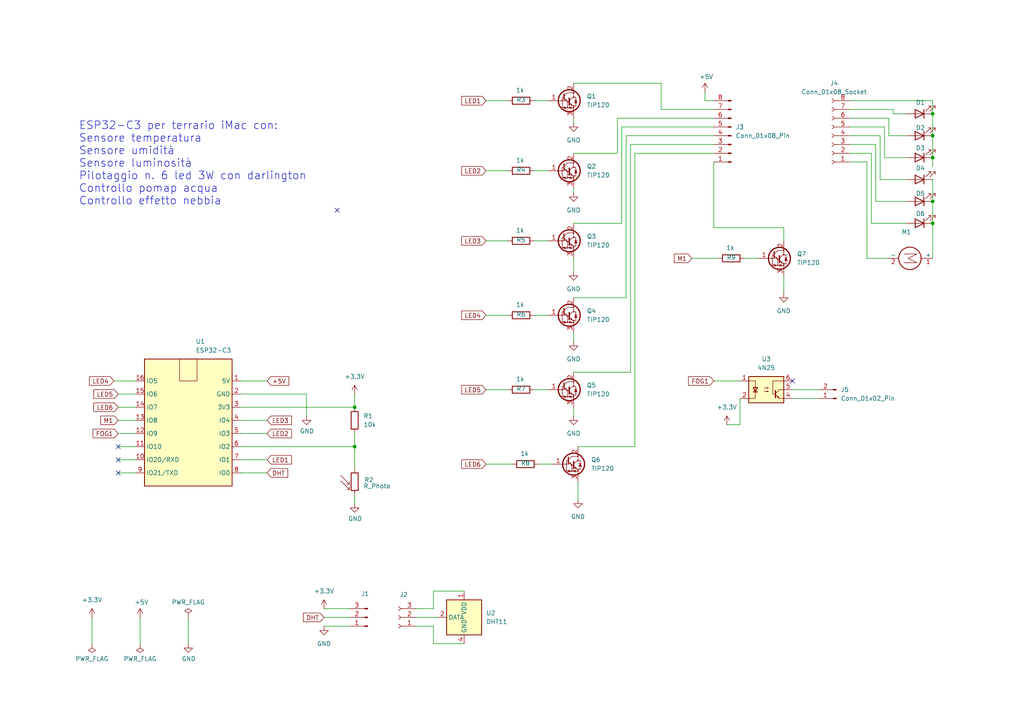
<source format=kicad_sch>
(kicad_sch (version 20250114) (generator "eeschema") (generator_version "9.0")
  (paper "A4")
  (lib_symbols
    (symbol "Connector:Conn_01x02_Pin" (pin_names (offset 1.016) (hide yes))
      (property "Reference" "J" (at 0 2.54 0))
      (property "Value" "Conn_01x02_Pin" (at 0 -5.08 0))
      (symbol "Conn_01x02_Pin_1_1"
        (rectangle (start 0.8636 0.127) (end 0 -0.127) (stroke (width 0.1524)) (fill (type outline)))
        (rectangle (start 0.8636 -2.413) (end 0 -2.667) (stroke (width 0.1524)) (fill (type outline)))
        (polyline (pts (xy 1.27 0) (xy 0.8636 0)) (stroke (width 0.1524)))
        (polyline (pts (xy 1.27 -2.54) (xy 0.8636 -2.54)) (stroke (width 0.1524)))
        (pin passive line (at 5.08 0 180) (length 3.81) (name "Pin_1") (number "1"))
        (pin passive line (at 5.08 -2.54 180) (length 3.81) (name "Pin_2") (number "2"))
      )
    )
    (symbol "Connector:Conn_01x03_Pin" (pin_names (offset 1.016) (hide yes))
      (property "Reference" "J" (at 0 5.08 0))
      (property "Value" "Conn_01x03_Pin" (at 0 -5.08 0))
      (symbol "Conn_01x03_Pin_1_1"
        (rectangle (start 0.8636 2.667) (end 0 2.413) (stroke (width 0.1524)) (fill (type outline)))
        (rectangle (start 0.8636 0.127) (end 0 -0.127) (stroke (width 0.1524)) (fill (type outline)))
        (rectangle (start 0.8636 -2.413) (end 0 -2.667) (stroke (width 0.1524)) (fill (type outline)))
        (polyline (pts (xy 1.27 2.54) (xy 0.8636 2.54)) (stroke (width 0.1524)))
        (polyline (pts (xy 1.27 0) (xy 0.8636 0)) (stroke (width 0.1524)))
        (polyline (pts (xy 1.27 -2.54) (xy 0.8636 -2.54)) (stroke (width 0.1524)))
        (pin passive line (at 5.08 2.54 180) (length 3.81) (name "Pin_1") (number "1"))
        (pin passive line (at 5.08 0 180) (length 3.81) (name "Pin_2") (number "2"))
        (pin passive line (at 5.08 -2.54 180) (length 3.81) (name "Pin_3") (number "3"))
      )
    )
    (symbol "Connector:Conn_01x03_Socket" (pin_names (offset 1.016) (hide yes))
      (property "Reference" "J" (at 0 5.08 0))
      (property "Value" "Conn_01x03_Socket" (at 0 -5.08 0))
      (symbol "Conn_01x03_Socket_1_1"
        (polyline (pts (xy -1.27 2.54) (xy -0.508 2.54)) (stroke (width 0.1524)))
        (polyline (pts (xy -1.27 0) (xy -0.508 0)) (stroke (width 0.1524)))
        (polyline (pts (xy -1.27 -2.54) (xy -0.508 -2.54)) (stroke (width 0.1524)))
        (arc (start 0 2.032) (mid -0.5058 2.54) (end 0 3.048) (stroke (width 0.1524)))
        (arc (start 0 -0.508) (mid -0.5058 0) (end 0 0.508) (stroke (width 0.1524)))
        (arc (start 0 -3.048) (mid -0.5058 -2.54) (end 0 -2.032) (stroke (width 0.1524)))
        (pin passive line (at -5.08 2.54 0) (length 3.81) (name "Pin_1") (number "1"))
        (pin passive line (at -5.08 0 0) (length 3.81) (name "Pin_2") (number "2"))
        (pin passive line (at -5.08 -2.54 0) (length 3.81) (name "Pin_3") (number "3"))
      )
    )
    (symbol "Connector:Conn_01x08_Pin" (pin_names (offset 1.016) (hide yes))
      (property "Reference" "J" (at 0 10.16 0))
      (property "Value" "Conn_01x08_Pin" (at 0 -12.7 0))
      (symbol "Conn_01x08_Pin_1_1"
        (rectangle (start 0.8636 7.747) (end 0 7.493) (stroke (width 0.1524)) (fill (type outline)))
        (rectangle (start 0.8636 5.207) (end 0 4.953) (stroke (width 0.1524)) (fill (type outline)))
        (rectangle (start 0.8636 2.667) (end 0 2.413) (stroke (width 0.1524)) (fill (type outline)))
        (rectangle (start 0.8636 0.127) (end 0 -0.127) (stroke (width 0.1524)) (fill (type outline)))
        (rectangle (start 0.8636 -2.413) (end 0 -2.667) (stroke (width 0.1524)) (fill (type outline)))
        (rectangle (start 0.8636 -4.953) (end 0 -5.207) (stroke (width 0.1524)) (fill (type outline)))
        (rectangle (start 0.8636 -7.493) (end 0 -7.747) (stroke (width 0.1524)) (fill (type outline)))
        (rectangle (start 0.8636 -10.033) (end 0 -10.287) (stroke (width 0.1524)) (fill (type outline)))
        (polyline (pts (xy 1.27 7.62) (xy 0.8636 7.62)) (stroke (width 0.1524)))
        (polyline (pts (xy 1.27 5.08) (xy 0.8636 5.08)) (stroke (width 0.1524)))
        (polyline (pts (xy 1.27 2.54) (xy 0.8636 2.54)) (stroke (width 0.1524)))
        (polyline (pts (xy 1.27 0) (xy 0.8636 0)) (stroke (width 0.1524)))
        (polyline (pts (xy 1.27 -2.54) (xy 0.8636 -2.54)) (stroke (width 0.1524)))
        (polyline (pts (xy 1.27 -5.08) (xy 0.8636 -5.08)) (stroke (width 0.1524)))
        (polyline (pts (xy 1.27 -7.62) (xy 0.8636 -7.62)) (stroke (width 0.1524)))
        (polyline (pts (xy 1.27 -10.16) (xy 0.8636 -10.16)) (stroke (width 0.1524)))
        (pin passive line (at 5.08 7.62 180) (length 3.81) (name "Pin_1") (number "1"))
        (pin passive line (at 5.08 5.08 180) (length 3.81) (name "Pin_2") (number "2"))
        (pin passive line (at 5.08 2.54 180) (length 3.81) (name "Pin_3") (number "3"))
        (pin passive line (at 5.08 0 180) (length 3.81) (name "Pin_4") (number "4"))
        (pin passive line (at 5.08 -2.54 180) (length 3.81) (name "Pin_5") (number "5"))
        (pin passive line (at 5.08 -5.08 180) (length 3.81) (name "Pin_6") (number "6"))
        (pin passive line (at 5.08 -7.62 180) (length 3.81) (name "Pin_7") (number "7"))
        (pin passive line (at 5.08 -10.16 180) (length 3.81) (name "Pin_8") (number "8"))
      )
    )
    (symbol "Connector:Conn_01x08_Socket" (pin_names (offset 1.016) (hide yes))
      (property "Reference" "J" (at 0 10.16 0))
      (property "Value" "Conn_01x08_Socket" (at 0 -12.7 0))
      (symbol "Conn_01x08_Socket_1_1"
        (polyline (pts (xy -1.27 7.62) (xy -0.508 7.62)) (stroke (width 0.1524)))
        (polyline (pts (xy -1.27 5.08) (xy -0.508 5.08)) (stroke (width 0.1524)))
        (polyline (pts (xy -1.27 2.54) (xy -0.508 2.54)) (stroke (width 0.1524)))
        (polyline (pts (xy -1.27 0) (xy -0.508 0)) (stroke (width 0.1524)))
        (polyline (pts (xy -1.27 -2.54) (xy -0.508 -2.54)) (stroke (width 0.1524)))
        (polyline (pts (xy -1.27 -5.08) (xy -0.508 -5.08)) (stroke (width 0.1524)))
        (polyline (pts (xy -1.27 -7.62) (xy -0.508 -7.62)) (stroke (width 0.1524)))
        (polyline (pts (xy -1.27 -10.16) (xy -0.508 -10.16)) (stroke (width 0.1524)))
        (arc (start 0 7.112) (mid -0.5058 7.62) (end 0 8.128) (stroke (width 0.1524)))
        (arc (start 0 4.572) (mid -0.5058 5.08) (end 0 5.588) (stroke (width 0.1524)))
        (arc (start 0 2.032) (mid -0.5058 2.54) (end 0 3.048) (stroke (width 0.1524)))
        (arc (start 0 -0.508) (mid -0.5058 0) (end 0 0.508) (stroke (width 0.1524)))
        (arc (start 0 -3.048) (mid -0.5058 -2.54) (end 0 -2.032) (stroke (width 0.1524)))
        (arc (start 0 -5.588) (mid -0.5058 -5.08) (end 0 -4.572) (stroke (width 0.1524)))
        (arc (start 0 -8.128) (mid -0.5058 -7.62) (end 0 -7.112) (stroke (width 0.1524)))
        (arc (start 0 -10.668) (mid -0.5058 -10.16) (end 0 -9.652) (stroke (width 0.1524)))
        (pin passive line (at -5.08 7.62 0) (length 3.81) (name "Pin_1") (number "1"))
        (pin passive line (at -5.08 5.08 0) (length 3.81) (name "Pin_2") (number "2"))
        (pin passive line (at -5.08 2.54 0) (length 3.81) (name "Pin_3") (number "3"))
        (pin passive line (at -5.08 0 0) (length 3.81) (name "Pin_4") (number "4"))
        (pin passive line (at -5.08 -2.54 0) (length 3.81) (name "Pin_5") (number "5"))
        (pin passive line (at -5.08 -5.08 0) (length 3.81) (name "Pin_6") (number "6"))
        (pin passive line (at -5.08 -7.62 0) (length 3.81) (name "Pin_7") (number "7"))
        (pin passive line (at -5.08 -10.16 0) (length 3.81) (name "Pin_8") (number "8"))
      )
    )
    (symbol "Device:LED" (pin_numbers (hide yes)) (pin_names (offset 1.016) (hide yes))
      (property "Reference" "D" (at 0 2.54 0))
      (property "Value" "LED" (at 0 -2.54 0))
      (symbol "LED_0_1"
        (polyline (pts (xy -3.048 -0.762) (xy -4.572 -2.286) (xy -3.81 -2.286) (xy -4.572 -2.286) (xy -4.572 -1.524)))
        (polyline (pts (xy -1.778 -0.762) (xy -3.302 -2.286) (xy -2.54 -2.286) (xy -3.302 -2.286) (xy -3.302 -1.524)))
        (polyline (pts (xy -1.27 0) (xy 1.27 0)))
        (polyline (pts (xy -1.27 -1.27) (xy -1.27 1.27)) (stroke (width 0.254)))
        (polyline (pts (xy 1.27 -1.27) (xy 1.27 1.27) (xy -1.27 0) (xy 1.27 -1.27)) (stroke (width 0.254)))
      )
      (symbol "LED_1_1"
        (pin passive line (at -3.81 0 0) (length 2.54) (name "K") (number "1"))
        (pin passive line (at 3.81 0 180) (length 2.54) (name "A") (number "2"))
      )
    )
    (symbol "Device:R" (pin_numbers (hide yes)) (pin_names (offset 0))
      (property "Reference" "R" (at 2.032 0 90))
      (property "Value" "R" (at 0 0 90))
      (symbol "R_0_1"
        (rectangle (start -1.016 -2.54) (end 1.016 2.54) (stroke (width 0.254)))
      )
      (symbol "R_1_1"
        (pin passive line (at 0 3.81 270) (length 1.27) (name "~") (number "1"))
        (pin passive line (at 0 -3.81 90) (length 1.27) (name "~") (number "2"))
      )
    )
    (symbol "Device:R_Photo" (pin_numbers (hide yes)) (pin_names (offset 0))
      (property "Reference" "R" (at 1.27 1.27 0))
      (property "Value" "R_Photo" (at 1.27 0 0))
      (symbol "R_Photo_0_1"
        (polyline (pts (xy -1.524 -0.762) (xy -4.064 1.778)))
        (polyline (pts (xy -1.524 -0.762) (xy -2.286 -0.762)))
        (polyline (pts (xy -1.524 -0.762) (xy -1.524 0)))
        (polyline (pts (xy -1.524 -2.286) (xy -4.064 0.254)))
        (polyline (pts (xy -1.524 -2.286) (xy -2.286 -2.286)))
        (polyline (pts (xy -1.524 -2.286) (xy -1.524 -1.524)))
        (rectangle (start -1.016 2.54) (end 1.016 -2.54) (stroke (width 0.254)))
      )
      (symbol "R_Photo_1_1"
        (pin passive line (at 0 3.81 270) (length 1.27) (name "~") (number "1"))
        (pin passive line (at 0 -3.81 90) (length 1.27) (name "~") (number "2"))
      )
    )
    (symbol "Isolator:4N25" (pin_names (offset 1.016))
      (property "Reference" "U" (at -5.08 5.08 0))
      (property "Value" "4N25" (at 0 5.08 0))
      (symbol "4N25_0_1"
        (rectangle (start -5.08 3.81) (end 5.08 -3.81) (stroke (width 0.254)) (fill (type background)))
        (polyline (pts (xy -5.08 -2.54) (xy -3.175 -2.54) (xy -3.175 2.54) (xy -5.08 2.54)))
        (polyline (pts (xy -3.81 -0.635) (xy -2.54 -0.635)) (stroke (width 0.254)))
        (polyline (pts (xy -3.175 -0.635) (xy -3.81 0.635) (xy -2.54 0.635) (xy -3.175 -0.635)) (stroke (width 0.254)))
        (polyline (pts (xy -0.635 0.508) (xy 0.635 0.508) (xy 0.254 0.381) (xy 0.254 0.635) (xy 0.635 0.508)))
        (polyline (pts (xy -0.635 -0.508) (xy 0.635 -0.508) (xy 0.254 -0.635) (xy 0.254 -0.381) (xy 0.635 -0.508)))
        (polyline (pts (xy 2.667 -0.254) (xy 2.667 -2.286) (xy 2.667 -2.286)) (stroke (width 0.3556)))
        (polyline (pts (xy 2.667 -1.143) (xy 3.81 0)))
        (polyline (pts (xy 2.667 -1.397) (xy 3.81 -2.54)))
        (polyline (pts (xy 3.683 -2.413) (xy 3.429 -1.905) (xy 3.175 -2.159) (xy 3.683 -2.413)))
        (polyline (pts (xy 3.81 0) (xy 5.08 0)))
        (polyline (pts (xy 3.81 -2.54) (xy 5.08 -2.54)))
        (polyline (pts (xy 5.08 2.54) (xy 1.905 2.54) (xy 1.905 -1.27) (xy 2.54 -1.27)))
      )
      (symbol "4N25_1_1"
        (pin passive line (at -7.62 2.54 0) (length 2.54) (name "~") (number "1"))
        (pin passive line (at -7.62 -2.54 0) (length 2.54) (name "~") (number "2"))
        (pin no_connect line (at -5.08 0 0) (length 2.54) (hide yes) (name "NC") (number "3"))
        (pin passive line (at 7.62 2.54 180) (length 2.54) (name "~") (number "6"))
        (pin passive line (at 7.62 0 180) (length 2.54) (name "~") (number "5"))
        (pin passive line (at 7.62 -2.54 180) (length 2.54) (name "~") (number "4"))
      )
    )
    (symbol "Motor:Motor_DC" (pin_names (offset 0))
      (property "Reference" "M" (at 2.54 2.54 0))
      (property "Value" "Motor_DC" (at 2.54 -5.08 0))
      (symbol "Motor_DC_0_0"
        (polyline (pts (xy -1.27 -3.302) (xy -1.27 0.508) (xy 0 -2.032) (xy 1.27 0.508) (xy 1.27 -3.302)))
      )
      (symbol "Motor_DC_0_1"
        (polyline (pts (xy 0 2.032) (xy 0 2.54)))
        (polyline (pts (xy 0 1.7272) (xy 0 2.0828)))
        (circle (center 0 -1.524) (radius 3.2512) (stroke (width 0.254)))
        (polyline (pts (xy 0 -4.7752) (xy 0 -5.1816)))
        (polyline (pts (xy 0 -7.62) (xy 0 -7.112)))
      )
      (symbol "Motor_DC_1_1"
        (pin passive line (at 0 5.08 270) (length 2.54) (name "+") (number "1"))
        (pin passive line (at 0 -7.62 90) (length 2.54) (name "-") (number "2"))
      )
    )
    (symbol "RF_Module:ESP32-C3-WROOM-02U"
      (property "Reference" "U1" (at 2.1433 25.4 0))
      (property "Value" "ESP32-C3" (at 2.1433 22.86 0))
      (symbol "ESP32-C3-WROOM-02U_0_1"
        (polyline (pts (xy -2.54 20.32) (xy -2.54 13.97) (xy 2.54 13.97) (xy 2.54 20.32) (xy -2.54 20.32)))
      )
      (symbol "ESP32-C3-WROOM-02U_1_1"
        (rectangle (start -12.7 20.32) (end 12.7 -16.51) (stroke (width 0.254)) (fill (type background)))
        (pin bidirectional line (at -15.24 13.97 0) (length 2.54) (name "IO5") (number "16"))
        (pin bidirectional line (at -15.24 10.16 0) (length 2.54) (name "IO6") (number "15"))
        (pin bidirectional line (at -15.24 6.35 0) (length 2.54) (name "IO7") (number "14"))
        (pin bidirectional line (at -15.24 2.54 0) (length 2.54) (name "IO8") (number "13"))
        (pin bidirectional line (at -15.24 -1.27 0) (length 2.54) (name "IO9") (number "12"))
        (pin bidirectional line (at -15.24 -5.08 0) (length 2.54) (name "IO10") (number "11"))
        (pin bidirectional line (at -15.24 -8.89 0) (length 2.54) (name "IO20/RXD") (number "10"))
        (pin bidirectional line (at -15.24 -12.7 0) (length 2.54) (name "IO21/TXD") (number "9"))
        (pin power_in line (at 15.24 13.97 180) (length 2.54) (name "5V") (number "1"))
        (pin power_in line (at 15.24 10.16 180) (length 2.54) (name "GND") (number "2"))
        (pin output line (at 15.24 6.35 180) (length 2.54) (name "3V3") (number "3"))
        (pin bidirectional line (at 15.24 2.54 180) (length 2.54) (name "IO4") (number "4"))
        (pin bidirectional line (at 15.24 -1.27 180) (length 2.54) (name "IO3") (number "5"))
        (pin bidirectional line (at 15.24 -5.08 180) (length 2.54) (name "IO2") (number "6"))
        (pin bidirectional line (at 15.24 -8.89 180) (length 2.54) (name "IO1") (number "7"))
        (pin bidirectional line (at 15.24 -12.7 180) (length 2.54) (name "IO0") (number "8"))
      )
    )
    (symbol "Sensor:DHT11"
      (property "Reference" "U" (at -3.81 6.35 0))
      (property "Value" "DHT11" (at 3.81 6.35 0))
      (symbol "DHT11_0_1"
        (rectangle (start -5.08 5.08) (end 5.08 -5.08) (stroke (width 0.254)) (fill (type background)))
      )
      (symbol "DHT11_1_1"
        (pin no_connect line (at -5.08 0 0) (length 2.54) (hide yes) (name "NC") (number "3"))
        (pin power_in line (at 0 7.62 270) (length 2.54) (name "VDD") (number "1"))
        (pin power_in line (at 0 -7.62 90) (length 2.54) (name "GND") (number "4"))
        (pin bidirectional line (at 7.62 0 180) (length 2.54) (name "DATA") (number "2"))
      )
    )
    (symbol "Transistor_BJT:TIP120" (pin_names (offset 0) (hide yes))
      (property "Reference" "Q" (at 5.08 1.905 0))
      (property "Value" "TIP120" (at 5.08 0 0))
      (symbol "TIP120_0_1"
        (polyline (pts (xy -1.27 0) (xy -0.889 0)))
        (circle (center -0.762 0) (radius 0.127))
        (polyline (pts (xy -0.254 2.032) (xy -0.254 0) (xy -0.254 0)) (stroke (width 0.3048)))
        (polyline (pts (xy -0.254 1.27) (xy 0.762 2.286) (xy 2.54 2.286)))
        (polyline (pts (xy -0.254 1.016) (xy -0.762 1.016) (xy -0.762 -2.032)))
        (polyline (pts (xy -0.254 0.762) (xy 0.762 -0.254) (xy 1.27 -0.254)))
        (polyline (pts (xy 0.635 -0.127) (xy 0.381 0.381) (xy 0.127 0.127) (xy 0.635 -0.127)))
        (polyline (pts (xy 0.762 -0.254) (xy 0.762 -2.032) (xy 1.143 -2.032) (xy 1.27 -1.778) (xy 1.397 -2.286) (xy 1.524 -1.778) (xy 1.651 -2.286) (xy 1.778 -1.778) (xy 1.905 -2.286) (xy 2.032 -2.032) (xy 2.54 -2.032)))
        (circle (center 0.762 -0.254) (radius 0.127))
        (polyline (pts (xy 0.762 -2.032) (xy 0.381 -2.032) (xy 0.254 -2.286) (xy 0.127 -1.778) (xy 0 -2.286) (xy -0.127 -1.778) (xy -0.254 -2.286) (xy -0.381 -1.778) (xy -0.508 -2.032) (xy -0.762 -2.032)))
        (circle (center 0.762 -2.032) (radius 0.127))
        (polyline (pts (xy 1.27 0.762) (xy 1.27 -1.27) (xy 1.27 -1.27)) (stroke (width 0.381)))
        (polyline (pts (xy 1.27 0) (xy 2.286 1.016) (xy 2.54 1.016) (xy 2.54 2.286)))
        (circle (center 1.27 0) (radius 3.175) (stroke (width 0.3556)))
        (polyline (pts (xy 1.27 -0.508) (xy 2.286 -1.524) (xy 2.54 -1.524) (xy 2.54 -2.032)))
        (polyline (pts (xy 2.159 -1.397) (xy 1.905 -0.889) (xy 1.651 -1.143) (xy 2.159 -1.397)))
        (circle (center 2.54 2.286) (radius 0.127))
        (circle (center 2.54 1.016) (radius 0.127))
        (polyline (pts (xy 2.54 -1.524) (xy 3.175 -1.524)))
        (circle (center 2.54 -1.524) (radius 0.127))
        (polyline (pts (xy 2.54 -2.032) (xy 2.54 -2.54)))
        (circle (center 2.54 -2.032) (radius 0.127))
        (polyline (pts (xy 2.794 0.127) (xy 3.556 0.127)))
        (polyline (pts (xy 3.175 1.016) (xy 2.54 1.016)))
        (polyline (pts (xy 3.175 1.016) (xy 3.175 0.127)))
        (polyline (pts (xy 3.175 0.127) (xy 2.794 -0.635) (xy 3.556 -0.635) (xy 3.175 0.127)) (fill (type outline)))
        (polyline (pts (xy 3.175 -0.635) (xy 3.175 -1.524)))
      )
      (symbol "TIP120_1_1"
        (pin input line (at -5.08 0 0) (length 3.81) (name "B") (number "1"))
        (pin passive line (at 2.54 5.08 270) (length 2.667) (name "C") (number "2"))
        (pin passive line (at 2.54 -5.08 90) (length 2.54) (name "E") (number "3"))
      )
    )
    (symbol "power:+3.3V" (power) (pin_numbers (hide yes)) (pin_names (offset 0) (hide yes))
      (property "Value" "+3.3V" (at 0 3.556 0))
      (symbol "+3.3V_0_1"
        (polyline (pts (xy -0.762 1.27) (xy 0 2.54)))
        (polyline (pts (xy 0 2.54) (xy 0.762 1.27)))
        (polyline (pts (xy 0 0) (xy 0 2.54)))
      )
      (symbol "+3.3V_1_1"
        (pin power_in line (at 0 0 90) (length 0) (name "~") (number "1"))
      )
    )
    (symbol "power:+5V" (power) (pin_numbers (hide yes)) (pin_names (offset 0) (hide yes))
      (property "Value" "+5V" (at 0 3.556 0))
      (symbol "+5V_0_1"
        (polyline (pts (xy -0.762 1.27) (xy 0 2.54)))
        (polyline (pts (xy 0 2.54) (xy 0.762 1.27)))
        (polyline (pts (xy 0 0) (xy 0 2.54)))
      )
      (symbol "+5V_1_1"
        (pin power_in line (at 0 0 90) (length 0) (name "~") (number "1"))
      )
    )
    (symbol "power:GND" (power) (pin_numbers (hide yes)) (pin_names (offset 0) (hide yes))
      (property "Value" "GND" (at 0 -3.81 0))
      (symbol "GND_0_1"
        (polyline (pts (xy 0 0) (xy 0 -1.27) (xy 1.27 -1.27) (xy 0 -2.54) (xy -1.27 -1.27) (xy 0 -1.27)))
      )
      (symbol "GND_1_1"
        (pin power_in line (at 0 0 270) (length 0) (name "~") (number "1"))
      )
    )
    (symbol "power:PWR_FLAG" (power) (pin_numbers (hide yes)) (pin_names (offset 0) (hide yes))
      (property "Value" "PWR_FLAG" (at 0 3.81 0))
      (symbol "PWR_FLAG_0_0"
        (pin power_out line (at 0 0 90) (length 0) (name "~") (number "1"))
      )
      (symbol "PWR_FLAG_0_1"
        (polyline (pts (xy 0 0) (xy 0 1.27) (xy -1.016 1.905) (xy 0 2.54) (xy 1.016 1.905) (xy 0 1.27)))
      )
    )
  )
  (text "ESP32-C3 per terrario iMac con:\nSensore temperatura\nSensore umidità\nSensore luminosità\nPilotaggio n. 6 led 3W con darlington\nControllo pomap acqua\nControllo effetto nebbia\n" (at 22.86 59.69 0) (effects (font (size 2.2606 2.2606)) (justify left bottom)))
  (junction (at 270.51 58.42))
  (junction (at 270.51 39.37))
  (junction (at 270.51 45.72))
  (junction (at 270.51 64.77))
  (junction (at 102.87 118.11))
  (junction (at 270.51 33.02))
  (junction (at 102.87 129.54))
  (no_connect (at 229.87 110.49))
  (no_connect (at 34.29 129.54))
  (no_connect (at 97.79 60.96))
  (no_connect (at 34.29 133.35))
  (no_connect (at 34.29 137.16))
  (wire (pts (xy 229.87 115.57) (xy 237.49 115.57)))
  (wire (pts (xy 93.98 179.07) (xy 101.6 179.07)))
  (wire (pts (xy 154.94 69.85) (xy 158.75 69.85)))
  (wire (pts (xy 184.15 129.54) (xy 167.64 129.54)))
  (wire (pts (xy 88.9 120.65) (xy 88.9 114.3)))
  (wire (pts (xy 34.29 137.16) (xy 39.37 137.16)))
  (wire (pts (xy 270.51 74.93) (xy 270.51 64.77)))
  (wire (pts (xy 93.98 176.53) (xy 101.6 176.53)))
  (wire (pts (xy 204.47 26.67) (xy 204.47 29.21)))
  (wire (pts (xy 270.51 39.37) (xy 270.51 45.72)))
  (wire (pts (xy 120.65 176.53) (xy 125.73 176.53)))
  (wire (pts (xy 158.75 113.03) (xy 154.94 113.03)))
  (wire (pts (xy 179.07 44.45) (xy 166.37 44.45)))
  (wire (pts (xy 140.97 134.62) (xy 148.59 134.62)))
  (wire (pts (xy 140.97 113.03) (xy 147.32 113.03)))
  (wire (pts (xy 191.77 31.75) (xy 191.77 24.13)))
  (wire (pts (xy 125.73 181.61) (xy 125.73 186.69)))
  (wire (pts (xy 140.97 69.85) (xy 147.32 69.85)))
  (wire (pts (xy 34.29 118.11) (xy 39.37 118.11)))
  (wire (pts (xy 252.73 64.77) (xy 262.89 64.77)))
  (wire (pts (xy 26.67 179.07) (xy 26.67 186.69)))
  (wire (pts (xy 257.81 39.37) (xy 257.81 34.29)))
  (wire (pts (xy 180.34 36.83) (xy 180.34 64.77)))
  (wire (pts (xy 93.98 181.61) (xy 101.6 181.61)))
  (wire (pts (xy 270.51 29.21) (xy 270.51 33.02)))
  (wire (pts (xy 246.38 46.99) (xy 251.46 46.99)))
  (wire (pts (xy 69.85 110.49) (xy 77.47 110.49)))
  (wire (pts (xy 69.85 137.16) (xy 77.47 137.16)))
  (wire (pts (xy 254 58.42) (xy 254 41.91)))
  (wire (pts (xy 229.87 113.03) (xy 237.49 113.03)))
  (wire (pts (xy 262.89 45.72) (xy 256.54 45.72)))
  (wire (pts (xy 166.37 96.52) (xy 166.37 99.06)))
  (wire (pts (xy 69.85 121.92) (xy 77.47 121.92)))
  (wire (pts (xy 207.01 46.99) (xy 207.01 66.04)))
  (wire (pts (xy 179.07 34.29) (xy 207.01 34.29)))
  (wire (pts (xy 246.38 29.21) (xy 270.51 29.21)))
  (wire (pts (xy 156.21 134.62) (xy 160.02 134.62)))
  (wire (pts (xy 207.01 110.49) (xy 214.63 110.49)))
  (wire (pts (xy 270.51 58.42) (xy 270.51 64.77)))
  (wire (pts (xy 54.61 179.07) (xy 54.61 186.69)))
  (wire (pts (xy 256.54 36.83) (xy 246.38 36.83)))
  (wire (pts (xy 88.9 114.3) (xy 69.85 114.3)))
  (wire (pts (xy 204.47 29.21) (xy 207.01 29.21)))
  (wire (pts (xy 207.01 39.37) (xy 181.61 39.37)))
  (wire (pts (xy 251.46 74.93) (xy 257.81 74.93)))
  (wire (pts (xy 154.94 49.53) (xy 158.75 49.53)))
  (wire (pts (xy 166.37 107.95) (xy 182.88 107.95)))
  (wire (pts (xy 254 41.91) (xy 246.38 41.91)))
  (wire (pts (xy 102.87 143.51) (xy 102.87 146.05)))
  (wire (pts (xy 34.29 114.3) (xy 39.37 114.3)))
  (wire (pts (xy 102.87 129.54) (xy 102.87 135.89)))
  (wire (pts (xy 167.64 139.7) (xy 167.64 144.78)))
  (wire (pts (xy 184.15 44.45) (xy 184.15 129.54)))
  (wire (pts (xy 102.87 118.11) (xy 102.87 114.3)))
  (wire (pts (xy 166.37 54.61) (xy 166.37 55.88)))
  (wire (pts (xy 182.88 41.91) (xy 182.88 107.95)))
  (wire (pts (xy 39.37 133.35) (xy 34.29 133.35)))
  (wire (pts (xy 259.08 31.75) (xy 246.38 31.75)))
  (wire (pts (xy 140.97 29.21) (xy 147.32 29.21)))
  (wire (pts (xy 227.33 66.04) (xy 227.33 69.85)))
  (wire (pts (xy 207.01 44.45) (xy 184.15 44.45)))
  (wire (pts (xy 125.73 186.69) (xy 134.62 186.69)))
  (wire (pts (xy 210.82 123.19) (xy 214.63 123.19)))
  (wire (pts (xy 166.37 118.11) (xy 166.37 120.65)))
  (wire (pts (xy 69.85 125.73) (xy 77.47 125.73)))
  (wire (pts (xy 40.64 186.69) (xy 40.64 179.07)))
  (wire (pts (xy 140.97 49.53) (xy 147.32 49.53)))
  (wire (pts (xy 207.01 41.91) (xy 182.88 41.91)))
  (wire (pts (xy 102.87 125.73) (xy 102.87 129.54)))
  (wire (pts (xy 255.27 52.07) (xy 255.27 39.37)))
  (wire (pts (xy 166.37 64.77) (xy 180.34 64.77)))
  (wire (pts (xy 34.29 121.92) (xy 39.37 121.92)))
  (wire (pts (xy 125.73 171.45) (xy 134.62 171.45)))
  (wire (pts (xy 262.89 39.37) (xy 257.81 39.37)))
  (wire (pts (xy 125.73 176.53) (xy 125.73 171.45)))
  (wire (pts (xy 140.97 91.44) (xy 147.32 91.44)))
  (wire (pts (xy 252.73 44.45) (xy 246.38 44.45)))
  (wire (pts (xy 120.65 181.61) (xy 125.73 181.61)))
  (wire (pts (xy 69.85 118.11) (xy 102.87 118.11)))
  (wire (pts (xy 34.29 125.73) (xy 39.37 125.73)))
  (wire (pts (xy 179.07 34.29) (xy 179.07 44.45)))
  (wire (pts (xy 227.33 80.01) (xy 227.33 85.09)))
  (wire (pts (xy 214.63 115.57) (xy 214.63 123.19)))
  (wire (pts (xy 251.46 46.99) (xy 251.46 74.93)))
  (wire (pts (xy 207.01 31.75) (xy 191.77 31.75)))
  (wire (pts (xy 34.29 129.54) (xy 39.37 129.54)))
  (wire (pts (xy 207.01 36.83) (xy 180.34 36.83)))
  (wire (pts (xy 257.81 34.29) (xy 246.38 34.29)))
  (wire (pts (xy 181.61 39.37) (xy 181.61 86.36)))
  (wire (pts (xy 69.85 133.35) (xy 77.47 133.35)))
  (wire (pts (xy 200.66 74.93) (xy 208.28 74.93)))
  (wire (pts (xy 252.73 64.77) (xy 252.73 44.45)))
  (wire (pts (xy 120.65 179.07) (xy 127 179.07)))
  (wire (pts (xy 270.51 52.07) (xy 270.51 58.42)))
  (wire (pts (xy 270.51 45.72) (xy 270.51 48.26)))
  (wire (pts (xy 33.02 110.49) (xy 39.37 110.49)))
  (wire (pts (xy 69.85 129.54) (xy 102.87 129.54)))
  (wire (pts (xy 207.01 66.04) (xy 227.33 66.04)))
  (wire (pts (xy 166.37 86.36) (xy 181.61 86.36)))
  (wire (pts (xy 215.9 74.93) (xy 219.71 74.93)))
  (wire (pts (xy 262.89 58.42) (xy 254 58.42)))
  (wire (pts (xy 262.89 33.02) (xy 259.08 33.02)))
  (wire (pts (xy 256.54 45.72) (xy 256.54 36.83)))
  (wire (pts (xy 154.94 91.44) (xy 158.75 91.44)))
  (wire (pts (xy 259.08 33.02) (xy 259.08 31.75)))
  (wire (pts (xy 255.27 39.37) (xy 246.38 39.37)))
  (wire (pts (xy 166.37 24.13) (xy 191.77 24.13)))
  (wire (pts (xy 166.37 34.29) (xy 166.37 35.56)))
  (wire (pts (xy 270.51 33.02) (xy 270.51 39.37)))
  (wire (pts (xy 154.94 29.21) (xy 158.75 29.21)))
  (wire (pts (xy 262.89 52.07) (xy 255.27 52.07)))
  (wire (pts (xy 166.37 74.93) (xy 166.37 78.74)))
  (global_label "M1" (shape input) (at 34.29 121.92 180) (property "Intersheetrefs" "${INTERSHEET_REFS}" (effects (hide yes))))
  (global_label "LED2" (shape input) (at 140.97 49.53 180) (property "Intersheetrefs" "${INTERSHEET_REFS}" (effects (hide yes))))
  (global_label "LED3" (shape input) (at 77.47 121.92 0) (property "Intersheetrefs" "${INTERSHEET_REFS}" (effects (hide yes))))
  (global_label "LED5" (shape input) (at 140.97 113.03 180) (property "Intersheetrefs" "${INTERSHEET_REFS}" (effects (hide yes))))
  (global_label "LED3" (shape input) (at 140.97 69.85 180) (property "Intersheetrefs" "${INTERSHEET_REFS}" (effects (hide yes))))
  (global_label "LED6" (shape input) (at 34.29 118.11 180) (property "Intersheetrefs" "${INTERSHEET_REFS}" (effects (hide yes))))
  (global_label "LED6" (shape input) (at 140.97 134.62 180) (property "Intersheetrefs" "${INTERSHEET_REFS}" (effects (hide yes))))
  (global_label "LED1" (shape input) (at 77.47 133.35 0) (property "Intersheetrefs" "${INTERSHEET_REFS}" (effects (hide yes))))
  (global_label "DHT" (shape input) (at 93.98 179.07 180) (property "Intersheetrefs" "${INTERSHEET_REFS}" (effects (hide yes))))
  (global_label "LED2" (shape input) (at 77.47 125.73 0) (property "Intersheetrefs" "${INTERSHEET_REFS}" (effects (hide yes))))
  (global_label "LED4" (shape input) (at 140.97 91.44 180) (property "Intersheetrefs" "${INTERSHEET_REFS}" (effects (hide yes))))
  (global_label "+5V" (shape input) (at 77.47 110.49 0) (property "Intersheetrefs" "${INTERSHEET_REFS}" (effects (hide yes))))
  (global_label "M1" (shape input) (at 200.66 74.93 180) (property "Intersheetrefs" "${INTERSHEET_REFS}" (effects (hide yes))))
  (global_label "FOG1" (shape input) (at 207.01 110.49 180) (property "Intersheetrefs" "${INTERSHEET_REFS}" (effects (hide yes))))
  (global_label "LED5" (shape input) (at 34.29 114.3 180) (property "Intersheetrefs" "${INTERSHEET_REFS}" (effects (hide yes))))
  (global_label "DHT" (shape input) (at 77.47 137.16 0) (property "Intersheetrefs" "${INTERSHEET_REFS}" (effects (hide yes))))
  (global_label "FOG1" (shape input) (at 34.29 125.73 180) (property "Intersheetrefs" "${INTERSHEET_REFS}" (effects (hide yes))))
  (global_label "LED1" (shape input) (at 140.97 29.21 180) (property "Intersheetrefs" "${INTERSHEET_REFS}" (effects (hide yes))))
  (global_label "LED4" (shape input) (at 33.02 110.49 180) (property "Intersheetrefs" "${INTERSHEET_REFS}" (effects (hide yes))))
  (symbol (lib_id "power:GND") (at 88.9 120.65 0) (unit 1)
    (property "Reference" "#PWR04" (effects (hide yes)))
    (property "Value" "GND" (at 89.027 125.0442 0))
    (property "Description" "Power symbol creates a global label with name \"GND\" , ground" (effects (hide yes)))
  )
  (symbol (lib_id "power:GND") (at 102.87 146.05 0) (unit 1)
    (property "Reference" "#PWR08" (effects (hide yes)))
    (property "Value" "GND" (at 102.997 150.4442 0))
    (property "Description" "Power symbol creates a global label with name \"GND\" , ground" (effects (hide yes)))
  )
  (symbol (lib_id "power:+5V") (at 40.64 179.07 0) (unit 1)
    (property "Reference" "#PWR02" (effects (hide yes)))
    (property "Value" "+5V" (at 41.021 174.6758 0))
    (property "Description" "Power symbol creates a global label with name \"+5V\"" (effects (hide yes)))
  )
  (symbol (lib_id "power:GND") (at 54.61 186.69 0) (unit 1)
    (property "Reference" "#PWR03" (effects (hide yes)))
    (property "Value" "GND" (at 54.737 191.0842 0))
    (property "Description" "Power symbol creates a global label with name \"GND\" , ground" (effects (hide yes)))
  )
  (symbol (lib_id "power:PWR_FLAG") (at 40.64 186.69 180) (unit 1)
    (property "Reference" "#FLG02" (effects (hide yes)))
    (property "Value" "PWR_FLAG" (at 40.64 191.0842 0))
    (property "Description" "Special symbol for telling ERC where power comes from" (effects (hide yes)))
  )
  (symbol (lib_id "power:PWR_FLAG") (at 54.61 179.07 0) (unit 1)
    (property "Reference" "#FLG03" (effects (hide yes)))
    (property "Value" "PWR_FLAG" (at 54.61 174.6758 0))
    (property "Description" "Special symbol for telling ERC where power comes from" (effects (hide yes)))
  )
  (symbol (lib_id "Device:LED") (at 266.7 52.07 180) (unit 1)
    (property "Reference" "D4" (at 266.954 48.768 0))
    (property "Value" "LED" (effects (hide yes)))
    (property "Description" "Light emitting diode" (effects (hide yes)))
    (property "Sim.Pins" "1=K 2=A" (effects (hide yes)))
  )
  (symbol (lib_id "Device:R") (at 151.13 113.03 90) (unit 1)
    (property "Reference" "R7" (at 151.13 112.776 90))
    (property "Value" "1k" (at 150.876 109.982 90))
    (property "Footprint" "Resistor_THT:R_Axial_DIN0204_L3.6mm_D1.6mm_P5.08mm_Horizontal" (effects (hide yes)))
    (property "Description" "Resistor" (effects (hide yes)))
  )
  (symbol (lib_id "power:GND") (at 166.37 35.56 0) (unit 1)
    (property "Reference" "#PWR09" (effects (hide yes)))
    (property "Value" "GND" (at 166.37 40.64 0))
    (property "Description" "Power symbol creates a global label with name \"GND\" , ground" (effects (hide yes)))
  )
  (symbol (lib_id "Isolator:4N25") (at 222.25 113.03 0) (unit 1)
    (property "Reference" "U3" (at 222.25 104.14 0))
    (property "Value" "4N25" (at 222.25 106.68 0))
    (property "Footprint" "Package_DIP:DIP-6_W7.62mm" (effects (hide yes)))
    (property "Datasheet" "https://www.vishay.com/docs/83725/4n25.pdf" (effects (hide yes)))
    (property "Description" "DC Optocoupler Base Connected, Vce 30V, CTR 20%, Viso 2500V, DIP6" (effects (hide yes)))
  )
  (symbol (lib_id "power:+3.3V") (at 93.98 176.53 0) (unit 1)
    (property "Reference" "#PWR05" (effects (hide yes)))
    (property "Value" "+3.3V" (at 93.98 171.45 0))
    (property "Description" "Power symbol creates a global label with name \"+3.3V\"" (effects (hide yes)))
  )
  (symbol (lib_id "Sensor:DHT11") (at 134.62 179.07 0) (mirror y) (unit 1)
    (property "Reference" "U2" (at 140.97 177.7999 0) (effects (justify right)))
    (property "Value" "DHT11" (at 140.97 180.3399 0) (effects (justify right)))
    (property "Footprint" "Sensor:Aosong_DHT11_5.5x12.0_P2.54mm" (effects (hide yes)))
    (property "Datasheet" "http://akizukidenshi.com/download/ds/aosong/DHT11.pdf" (effects (hide yes)))
    (property "Description" "3.3V to 5.5V, temperature and humidity module, DHT11" (effects (hide yes)))
  )
  (symbol (lib_id "Transistor_BJT:TIP120") (at 163.83 29.21 0) (unit 1)
    (property "Reference" "Q1" (at 170.18 27.9399 0) (effects (justify left)))
    (property "Value" "TIP120" (at 170.18 30.4799 0) (effects (justify left)))
    (property "Footprint" "Package_TO_SOT_THT:TO-220-3_Vertical" (effects (hide yes)))
    (property "Datasheet" "https://www.onsemi.com/pub/Collateral/TIP120-D.PDF" (effects (hide yes)))
    (property "Description" "5A Ic, 60V Vce, Silicon Darlington Power NPN Transistor, TO-220" (effects (hide yes)))
  )
  (symbol (lib_id "power:+3.3V") (at 102.87 114.3 0) (unit 1)
    (property "Reference" "#PWR07" (effects (hide yes)))
    (property "Value" "+3.3V" (at 102.87 109.22 0))
    (property "Description" "Power symbol creates a global label with name \"+3.3V\"" (effects (hide yes)))
  )
  (symbol (lib_id "Device:LED") (at 266.7 45.72 180) (unit 1)
    (property "Reference" "D3" (at 266.954 42.926 0))
    (property "Value" "LED" (effects (hide yes)))
    (property "Description" "Light emitting diode" (effects (hide yes)))
    (property "Sim.Pins" "1=K 2=A" (effects (hide yes)))
  )
  (symbol (lib_id "power:+5V") (at 204.47 26.67 0) (unit 1)
    (property "Reference" "#PWR015" (effects (hide yes)))
    (property "Value" "+5V" (at 204.851 22.2758 0))
    (property "Description" "Power symbol creates a global label with name \"+5V\"" (effects (hide yes)))
  )
  (symbol (lib_id "Transistor_BJT:TIP120") (at 163.83 91.44 0) (unit 1)
    (property "Reference" "Q4" (at 170.18 90.1699 0) (effects (justify left)))
    (property "Value" "TIP120" (at 170.18 92.7099 0) (effects (justify left)))
    (property "Footprint" "Package_TO_SOT_THT:TO-220-3_Vertical" (effects (hide yes)))
    (property "Datasheet" "https://www.onsemi.com/pub/Collateral/TIP120-D.PDF" (effects (hide yes)))
    (property "Description" "5A Ic, 60V Vce, Silicon Darlington Power NPN Transistor, TO-220" (effects (hide yes)))
  )
  (symbol (lib_id "Transistor_BJT:TIP120") (at 163.83 49.53 0) (unit 1)
    (property "Reference" "Q2" (at 170.18 48.2599 0) (effects (justify left)))
    (property "Value" "TIP120" (at 170.18 50.7999 0) (effects (justify left)))
    (property "Footprint" "Package_TO_SOT_THT:TO-220-3_Vertical" (effects (hide yes)))
    (property "Datasheet" "https://www.onsemi.com/pub/Collateral/TIP120-D.PDF" (effects (hide yes)))
    (property "Description" "5A Ic, 60V Vce, Silicon Darlington Power NPN Transistor, TO-220" (effects (hide yes)))
  )
  (symbol (lib_id "power:+3.3V") (at 210.82 123.19 0) (unit 1)
    (property "Reference" "#PWR016" (effects (hide yes)))
    (property "Value" "+3.3V" (at 210.82 118.11 0))
    (property "Description" "Power symbol creates a global label with name \"+3.3V\"" (effects (hide yes)))
  )
  (symbol (lib_id "RF_Module:ESP32-C3-WROOM-02U") (at 54.61 124.46 0) (unit 1)
    (property "Reference" "U1" (at 56.7533 99.06 0) (effects (justify left)))
    (property "Value" "ESP32-C3" (at 56.7533 101.6 0) (effects (justify left)))
    (property "Footprint" "ESP32-C3-WROOM" (effects (hide yes)))
    (property "Datasheet" "ESP32-C3" (effects (hide yes)))
    (property "Description" "ESP32-­C3" (effects (hide yes)))
  )
  (symbol (lib_id "Device:LED") (at 266.7 39.37 180) (unit 1)
    (property "Reference" "D2" (at 266.954 37.084 0))
    (property "Value" "LED" (effects (hide yes)))
    (property "Description" "Light emitting diode" (effects (hide yes)))
    (property "Sim.Pins" "1=K 2=A" (effects (hide yes)))
  )
  (symbol (lib_id "Transistor_BJT:TIP120") (at 165.1 134.62 0) (unit 1)
    (property "Reference" "Q6" (at 171.45 133.3499 0) (effects (justify left)))
    (property "Value" "TIP120" (at 171.45 135.8899 0) (effects (justify left)))
    (property "Footprint" "Package_TO_SOT_THT:TO-220-3_Vertical" (effects (hide yes)))
    (property "Datasheet" "https://www.onsemi.com/pub/Collateral/TIP120-D.PDF" (effects (hide yes)))
    (property "Description" "5A Ic, 60V Vce, Silicon Darlington Power NPN Transistor, TO-220" (effects (hide yes)))
  )
  (symbol (lib_id "Connector:Conn_01x02_Pin") (at 242.57 115.57 180) (unit 1)
    (property "Reference" "J5" (at 243.84 113.0299 0) (effects (justify right)))
    (property "Value" "Conn_01x02_Pin" (at 243.84 115.5699 0) (effects (justify right)))
    (property "Description" "Generic connector, single row, 01x02, script generated" (effects (hide yes)))
  )
  (symbol (lib_id "power:GND") (at 166.37 55.88 0) (unit 1)
    (property "Reference" "#PWR010" (effects (hide yes)))
    (property "Value" "GND" (at 166.37 60.96 0))
    (property "Description" "Power symbol creates a global label with name \"GND\" , ground" (effects (hide yes)))
  )
  (symbol (lib_id "Device:R") (at 151.13 69.85 90) (unit 1)
    (property "Reference" "R5" (at 151.13 69.596 90))
    (property "Value" "1k" (at 150.876 66.802 90))
    (property "Footprint" "Resistor_THT:R_Axial_DIN0204_L3.6mm_D1.6mm_P5.08mm_Horizontal" (effects (hide yes)))
    (property "Description" "Resistor" (effects (hide yes)))
  )
  (symbol (lib_id "Device:LED") (at 266.7 33.02 180) (unit 1)
    (property "Reference" "D1" (at 266.954 29.718 0))
    (property "Value" "LED" (effects (hide yes)))
    (property "Description" "Light emitting diode" (effects (hide yes)))
    (property "Sim.Pins" "1=K 2=A" (effects (hide yes)))
  )
  (symbol (lib_id "Device:R") (at 151.13 49.53 90) (unit 1)
    (property "Reference" "R4" (at 151.13 49.276 90))
    (property "Value" "1k" (at 150.876 46.482 90))
    (property "Footprint" "Resistor_THT:R_Axial_DIN0204_L3.6mm_D1.6mm_P5.08mm_Horizontal" (effects (hide yes)))
    (property "Description" "Resistor" (effects (hide yes)))
  )
  (symbol (lib_id "Device:R") (at 151.13 29.21 90) (unit 1)
    (property "Reference" "R3" (at 151.13 28.956 90))
    (property "Value" "1k" (at 150.876 26.162 90))
    (property "Footprint" "Resistor_THT:R_Axial_DIN0204_L3.6mm_D1.6mm_P5.08mm_Horizontal" (effects (hide yes)))
    (property "Description" "Resistor" (effects (hide yes)))
  )
  (symbol (lib_id "Device:R") (at 151.13 91.44 90) (unit 1)
    (property "Reference" "R6" (at 151.13 91.186 90))
    (property "Value" "1k" (at 150.876 88.392 90))
    (property "Footprint" "Resistor_THT:R_Axial_DIN0204_L3.6mm_D1.6mm_P5.08mm_Horizontal" (effects (hide yes)))
    (property "Description" "Resistor" (effects (hide yes)))
  )
  (symbol (lib_id "Connector:Conn_01x03_Socket") (at 115.57 179.07 180) (unit 1)
    (property "Reference" "J2" (at 117.094 172.466 0))
    (property "Value" "Conn_01x03_Socket" (effects (hide yes)))
    (property "Description" "Generic connector, single row, 01x03, script generated" (effects (hide yes)))
  )
  (symbol (lib_id "power:+3.3V") (at 26.67 179.07 0) (unit 1)
    (property "Reference" "#PWR01" (effects (hide yes)))
    (property "Value" "+3.3V" (at 26.67 173.99 0))
    (property "Description" "Power symbol creates a global label with name \"+3.3V\"" (effects (hide yes)))
  )
  (symbol (lib_id "Transistor_BJT:TIP120") (at 224.79 74.93 0) (unit 1)
    (property "Reference" "Q7" (at 231.14 73.6599 0) (effects (justify left)))
    (property "Value" "TIP120" (at 231.14 76.1999 0) (effects (justify left)))
    (property "Footprint" "Package_TO_SOT_THT:TO-220-3_Vertical" (effects (hide yes)))
    (property "Datasheet" "https://www.onsemi.com/pub/Collateral/TIP120-D.PDF" (effects (hide yes)))
    (property "Description" "5A Ic, 60V Vce, Silicon Darlington Power NPN Transistor, TO-220" (effects (hide yes)))
  )
  (symbol (lib_id "power:GND") (at 93.98 181.61 0) (unit 1)
    (property "Reference" "#PWR06" (effects (hide yes)))
    (property "Value" "GND" (at 93.98 186.69 0))
    (property "Description" "Power symbol creates a global label with name \"GND\" , ground" (effects (hide yes)))
  )
  (symbol (lib_id "power:GND") (at 227.33 85.09 0) (unit 1)
    (property "Reference" "#PWR017" (effects (hide yes)))
    (property "Value" "GND" (at 227.33 90.17 0))
    (property "Description" "Power symbol creates a global label with name \"GND\" , ground" (effects (hide yes)))
  )
  (symbol (lib_id "power:GND") (at 166.37 99.06 0) (unit 1)
    (property "Reference" "#PWR012" (effects (hide yes)))
    (property "Value" "GND" (at 166.37 104.14 0))
    (property "Description" "Power symbol creates a global label with name \"GND\" , ground" (effects (hide yes)))
  )
  (symbol (lib_id "Device:LED") (at 266.7 64.77 180) (unit 1)
    (property "Reference" "D6" (at 266.954 61.976 0))
    (property "Value" "LED" (effects (hide yes)))
    (property "Description" "Light emitting diode" (effects (hide yes)))
    (property "Sim.Pins" "1=K 2=A" (effects (hide yes)))
  )
  (symbol (lib_id "Motor:Motor_DC") (at 265.43 74.93 270) (unit 1)
    (property "Reference" "M1" (at 262.89 67.31 90))
    (property "Value" "Motor_DC" (effects (hide yes)))
    (property "Description" "DC Motor" (effects (hide yes)))
  )
  (symbol (lib_id "power:GND") (at 166.37 78.74 0) (unit 1)
    (property "Reference" "#PWR011" (effects (hide yes)))
    (property "Value" "GND" (at 166.37 83.82 0))
    (property "Description" "Power symbol creates a global label with name \"GND\" , ground" (effects (hide yes)))
  )
  (symbol (lib_id "power:PWR_FLAG") (at 26.67 186.69 180) (unit 1)
    (property "Reference" "#FLG01" (effects (hide yes)))
    (property "Value" "PWR_FLAG" (at 26.67 191.0842 0))
    (property "Description" "Special symbol for telling ERC where power comes from" (effects (hide yes)))
  )
  (symbol (lib_id "Transistor_BJT:TIP120") (at 163.83 113.03 0) (unit 1)
    (property "Reference" "Q5" (at 170.18 111.7599 0) (effects (justify left)))
    (property "Value" "TIP120" (at 170.18 114.2999 0) (effects (justify left)))
    (property "Footprint" "Package_TO_SOT_THT:TO-220-3_Vertical" (effects (hide yes)))
    (property "Datasheet" "https://www.onsemi.com/pub/Collateral/TIP120-D.PDF" (effects (hide yes)))
    (property "Description" "5A Ic, 60V Vce, Silicon Darlington Power NPN Transistor, TO-220" (effects (hide yes)))
  )
  (symbol (lib_id "Device:R_Photo") (at 102.87 139.7 0) (unit 1)
    (property "Reference" "R2" (at 105.664 139.192 0) (effects (justify left)))
    (property "Value" "R_Photo" (at 105.41 140.9699 0) (effects (justify left)))
    (property "Footprint" "Connector_Hirose:Hirose_DF13-02P-1.25DSA_1x02_P1.25mm_Vertical" (effects (hide yes)))
    (property "Description" "Photoresistor" (effects (hide yes)))
  )
  (symbol (lib_id "Device:R") (at 102.87 121.92 0) (unit 1)
    (property "Reference" "R1" (at 105.41 120.6499 0) (effects (justify left)))
    (property "Value" "10k" (at 105.41 123.1899 0) (effects (justify left)))
    (property "Footprint" "Resistor_THT:R_Axial_DIN0204_L3.6mm_D1.6mm_P5.08mm_Horizontal" (effects (hide yes)))
    (property "Description" "Resistor" (effects (hide yes)))
  )
  (symbol (lib_id "power:GND") (at 167.64 144.78 0) (unit 1)
    (property "Reference" "#PWR014" (effects (hide yes)))
    (property "Value" "GND" (at 167.64 149.86 0))
    (property "Description" "Power symbol creates a global label with name \"GND\" , ground" (effects (hide yes)))
  )
  (symbol (lib_id "Transistor_BJT:TIP120") (at 163.83 69.85 0) (unit 1)
    (property "Reference" "Q3" (at 170.18 68.5799 0) (effects (justify left)))
    (property "Value" "TIP120" (at 170.18 71.1199 0) (effects (justify left)))
    (property "Footprint" "Package_TO_SOT_THT:TO-220-3_Vertical" (effects (hide yes)))
    (property "Datasheet" "https://www.onsemi.com/pub/Collateral/TIP120-D.PDF" (effects (hide yes)))
    (property "Description" "5A Ic, 60V Vce, Silicon Darlington Power NPN Transistor, TO-220" (effects (hide yes)))
  )
  (symbol (lib_id "Connector:Conn_01x08_Socket") (at 241.3 39.37 180) (unit 1)
    (property "Reference" "J4" (at 241.935 24.13 0))
    (property "Value" "Conn_01x08_Socket" (at 241.935 26.67 0))
    (property "Description" "Generic connector, single row, 01x08, script generated" (effects (hide yes)))
  )
  (symbol (lib_id "power:GND") (at 166.37 120.65 0) (unit 1)
    (property "Reference" "#PWR013" (effects (hide yes)))
    (property "Value" "GND" (at 166.37 125.73 0))
    (property "Description" "Power symbol creates a global label with name \"GND\" , ground" (effects (hide yes)))
  )
  (symbol (lib_id "Device:LED") (at 266.7 58.42 180) (unit 1)
    (property "Reference" "D5" (at 266.954 56.134 0))
    (property "Value" "LED" (effects (hide yes)))
    (property "Description" "Light emitting diode" (effects (hide yes)))
    (property "Sim.Pins" "1=K 2=A" (effects (hide yes)))
  )
  (symbol (lib_id "Connector:Conn_01x03_Pin") (at 106.68 179.07 180) (unit 1)
    (property "Reference" "J1" (at 104.648 172.212 0) (effects (justify right)))
    (property "Value" "Conn_01x03_Pin" (effects (hide yes)))
    (property "Description" "Generic connector, single row, 01x03, script generated" (effects (hide yes)))
  )
  (symbol (lib_id "Device:R") (at 152.4 134.62 90) (unit 1)
    (property "Reference" "R8" (at 152.4 134.366 90))
    (property "Value" "1k" (at 152.146 131.572 90))
    (property "Footprint" "Resistor_THT:R_Axial_DIN0204_L3.6mm_D1.6mm_P5.08mm_Horizontal" (effects (hide yes)))
    (property "Description" "Resistor" (effects (hide yes)))
  )
  (symbol (lib_id "Device:R") (at 212.09 74.93 90) (unit 1)
    (property "Reference" "R9" (at 212.09 74.676 90))
    (property "Value" "1k" (at 211.836 71.882 90))
    (property "Footprint" "Resistor_THT:R_Axial_DIN0204_L3.6mm_D1.6mm_P5.08mm_Horizontal" (effects (hide yes)))
    (property "Description" "Resistor" (effects (hide yes)))
  )
  (symbol (lib_id "Connector:Conn_01x08_Pin") (at 212.09 39.37 180) (unit 1)
    (property "Reference" "J3" (at 213.36 36.8299 0) (effects (justify right)))
    (property "Value" "Conn_01x08_Pin" (at 213.36 39.3699 0) (effects (justify right)))
    (property "Description" "Generic connector, single row, 01x08, script generated" (effects (hide yes)))
  )
)
</source>
